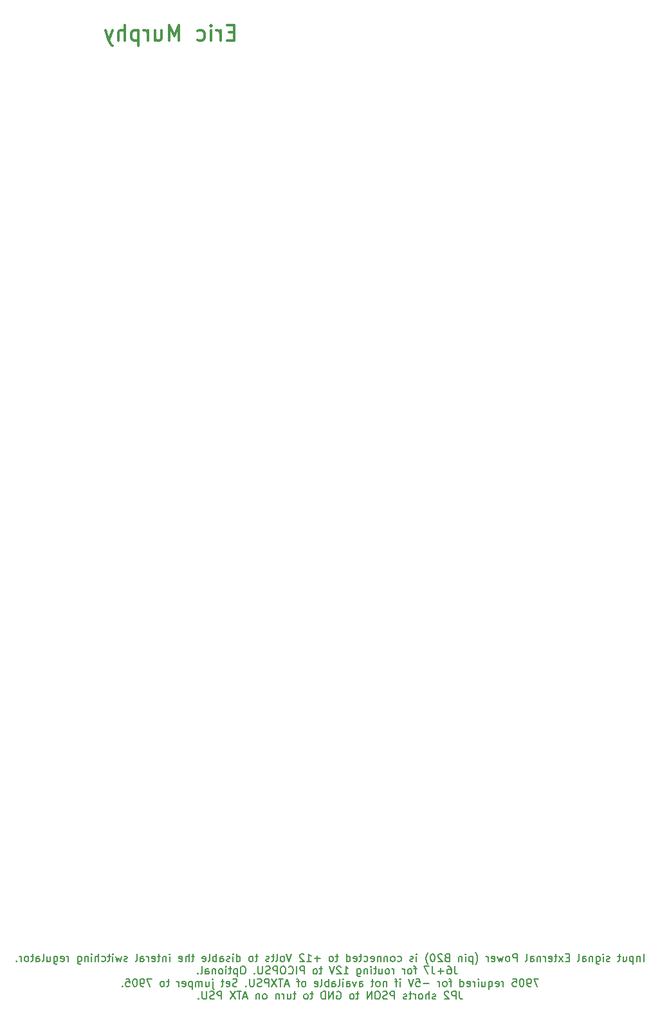
<source format=gbr>
%TF.GenerationSoftware,KiCad,Pcbnew,(5.1.6)-1*%
%TF.CreationDate,2020-09-24T22:30:07+01:00*%
%TF.ProjectId,PPCEXP,50504345-5850-42e6-9b69-6361645f7063,rev?*%
%TF.SameCoordinates,Original*%
%TF.FileFunction,Legend,Bot*%
%TF.FilePolarity,Positive*%
%FSLAX46Y46*%
G04 Gerber Fmt 4.6, Leading zero omitted, Abs format (unit mm)*
G04 Created by KiCad (PCBNEW (5.1.6)-1) date 2020-09-24 22:30:07*
%MOMM*%
%LPD*%
G01*
G04 APERTURE LIST*
%ADD10C,0.150000*%
%ADD11C,0.300000*%
G04 APERTURE END LIST*
D10*
X214616857Y-156155880D02*
X214616857Y-155155880D01*
X214140666Y-155489214D02*
X214140666Y-156155880D01*
X214140666Y-155584452D02*
X214093047Y-155536833D01*
X213997809Y-155489214D01*
X213854952Y-155489214D01*
X213759714Y-155536833D01*
X213712095Y-155632071D01*
X213712095Y-156155880D01*
X213235904Y-155489214D02*
X213235904Y-156489214D01*
X213235904Y-155536833D02*
X213140666Y-155489214D01*
X212950190Y-155489214D01*
X212854952Y-155536833D01*
X212807333Y-155584452D01*
X212759714Y-155679690D01*
X212759714Y-155965404D01*
X212807333Y-156060642D01*
X212854952Y-156108261D01*
X212950190Y-156155880D01*
X213140666Y-156155880D01*
X213235904Y-156108261D01*
X211902571Y-155489214D02*
X211902571Y-156155880D01*
X212331142Y-155489214D02*
X212331142Y-156013023D01*
X212283523Y-156108261D01*
X212188285Y-156155880D01*
X212045428Y-156155880D01*
X211950190Y-156108261D01*
X211902571Y-156060642D01*
X211569238Y-155489214D02*
X211188285Y-155489214D01*
X211426380Y-155155880D02*
X211426380Y-156013023D01*
X211378761Y-156108261D01*
X211283523Y-156155880D01*
X211188285Y-156155880D01*
X210140666Y-156108261D02*
X210045428Y-156155880D01*
X209854952Y-156155880D01*
X209759714Y-156108261D01*
X209712095Y-156013023D01*
X209712095Y-155965404D01*
X209759714Y-155870166D01*
X209854952Y-155822547D01*
X209997809Y-155822547D01*
X210093047Y-155774928D01*
X210140666Y-155679690D01*
X210140666Y-155632071D01*
X210093047Y-155536833D01*
X209997809Y-155489214D01*
X209854952Y-155489214D01*
X209759714Y-155536833D01*
X209283523Y-156155880D02*
X209283523Y-155489214D01*
X209283523Y-155155880D02*
X209331142Y-155203500D01*
X209283523Y-155251119D01*
X209235904Y-155203500D01*
X209283523Y-155155880D01*
X209283523Y-155251119D01*
X208378761Y-155489214D02*
X208378761Y-156298738D01*
X208426380Y-156393976D01*
X208473999Y-156441595D01*
X208569238Y-156489214D01*
X208712095Y-156489214D01*
X208807333Y-156441595D01*
X208378761Y-156108261D02*
X208473999Y-156155880D01*
X208664476Y-156155880D01*
X208759714Y-156108261D01*
X208807333Y-156060642D01*
X208854952Y-155965404D01*
X208854952Y-155679690D01*
X208807333Y-155584452D01*
X208759714Y-155536833D01*
X208664476Y-155489214D01*
X208473999Y-155489214D01*
X208378761Y-155536833D01*
X207902571Y-155489214D02*
X207902571Y-156155880D01*
X207902571Y-155584452D02*
X207854952Y-155536833D01*
X207759714Y-155489214D01*
X207616857Y-155489214D01*
X207521619Y-155536833D01*
X207473999Y-155632071D01*
X207473999Y-156155880D01*
X206569238Y-156155880D02*
X206569238Y-155632071D01*
X206616857Y-155536833D01*
X206712095Y-155489214D01*
X206902571Y-155489214D01*
X206997809Y-155536833D01*
X206569238Y-156108261D02*
X206664476Y-156155880D01*
X206902571Y-156155880D01*
X206997809Y-156108261D01*
X207045428Y-156013023D01*
X207045428Y-155917785D01*
X206997809Y-155822547D01*
X206902571Y-155774928D01*
X206664476Y-155774928D01*
X206569238Y-155727309D01*
X205950190Y-156155880D02*
X206045428Y-156108261D01*
X206093047Y-156013023D01*
X206093047Y-155155880D01*
X204807333Y-155632071D02*
X204473999Y-155632071D01*
X204331142Y-156155880D02*
X204807333Y-156155880D01*
X204807333Y-155155880D01*
X204331142Y-155155880D01*
X203997809Y-156155880D02*
X203473999Y-155489214D01*
X203997809Y-155489214D02*
X203473999Y-156155880D01*
X203235904Y-155489214D02*
X202854952Y-155489214D01*
X203093047Y-155155880D02*
X203093047Y-156013023D01*
X203045428Y-156108261D01*
X202950190Y-156155880D01*
X202854952Y-156155880D01*
X202140666Y-156108261D02*
X202235904Y-156155880D01*
X202426380Y-156155880D01*
X202521619Y-156108261D01*
X202569238Y-156013023D01*
X202569238Y-155632071D01*
X202521619Y-155536833D01*
X202426380Y-155489214D01*
X202235904Y-155489214D01*
X202140666Y-155536833D01*
X202093047Y-155632071D01*
X202093047Y-155727309D01*
X202569238Y-155822547D01*
X201664476Y-156155880D02*
X201664476Y-155489214D01*
X201664476Y-155679690D02*
X201616857Y-155584452D01*
X201569238Y-155536833D01*
X201473999Y-155489214D01*
X201378761Y-155489214D01*
X201045428Y-155489214D02*
X201045428Y-156155880D01*
X201045428Y-155584452D02*
X200997809Y-155536833D01*
X200902571Y-155489214D01*
X200759714Y-155489214D01*
X200664476Y-155536833D01*
X200616857Y-155632071D01*
X200616857Y-156155880D01*
X199712095Y-156155880D02*
X199712095Y-155632071D01*
X199759714Y-155536833D01*
X199854952Y-155489214D01*
X200045428Y-155489214D01*
X200140666Y-155536833D01*
X199712095Y-156108261D02*
X199807333Y-156155880D01*
X200045428Y-156155880D01*
X200140666Y-156108261D01*
X200188285Y-156013023D01*
X200188285Y-155917785D01*
X200140666Y-155822547D01*
X200045428Y-155774928D01*
X199807333Y-155774928D01*
X199712095Y-155727309D01*
X199093047Y-156155880D02*
X199188285Y-156108261D01*
X199235904Y-156013023D01*
X199235904Y-155155880D01*
X197950190Y-156155880D02*
X197950190Y-155155880D01*
X197569238Y-155155880D01*
X197473999Y-155203500D01*
X197426380Y-155251119D01*
X197378761Y-155346357D01*
X197378761Y-155489214D01*
X197426380Y-155584452D01*
X197473999Y-155632071D01*
X197569238Y-155679690D01*
X197950190Y-155679690D01*
X196807333Y-156155880D02*
X196902571Y-156108261D01*
X196950190Y-156060642D01*
X196997809Y-155965404D01*
X196997809Y-155679690D01*
X196950190Y-155584452D01*
X196902571Y-155536833D01*
X196807333Y-155489214D01*
X196664476Y-155489214D01*
X196569238Y-155536833D01*
X196521619Y-155584452D01*
X196473999Y-155679690D01*
X196473999Y-155965404D01*
X196521619Y-156060642D01*
X196569238Y-156108261D01*
X196664476Y-156155880D01*
X196807333Y-156155880D01*
X196140666Y-155489214D02*
X195950190Y-156155880D01*
X195759714Y-155679690D01*
X195569238Y-156155880D01*
X195378761Y-155489214D01*
X194616857Y-156108261D02*
X194712095Y-156155880D01*
X194902571Y-156155880D01*
X194997809Y-156108261D01*
X195045428Y-156013023D01*
X195045428Y-155632071D01*
X194997809Y-155536833D01*
X194902571Y-155489214D01*
X194712095Y-155489214D01*
X194616857Y-155536833D01*
X194569238Y-155632071D01*
X194569238Y-155727309D01*
X195045428Y-155822547D01*
X194140666Y-156155880D02*
X194140666Y-155489214D01*
X194140666Y-155679690D02*
X194093047Y-155584452D01*
X194045428Y-155536833D01*
X193950190Y-155489214D01*
X193854952Y-155489214D01*
X192473999Y-156536833D02*
X192521619Y-156489214D01*
X192616857Y-156346357D01*
X192664476Y-156251119D01*
X192712095Y-156108261D01*
X192759714Y-155870166D01*
X192759714Y-155679690D01*
X192712095Y-155441595D01*
X192664476Y-155298738D01*
X192616857Y-155203500D01*
X192521619Y-155060642D01*
X192473999Y-155013023D01*
X192093047Y-155489214D02*
X192093047Y-156489214D01*
X192093047Y-155536833D02*
X191997809Y-155489214D01*
X191807333Y-155489214D01*
X191712095Y-155536833D01*
X191664476Y-155584452D01*
X191616857Y-155679690D01*
X191616857Y-155965404D01*
X191664476Y-156060642D01*
X191712095Y-156108261D01*
X191807333Y-156155880D01*
X191997809Y-156155880D01*
X192093047Y-156108261D01*
X191188285Y-156155880D02*
X191188285Y-155489214D01*
X191188285Y-155155880D02*
X191235904Y-155203500D01*
X191188285Y-155251119D01*
X191140666Y-155203500D01*
X191188285Y-155155880D01*
X191188285Y-155251119D01*
X190712095Y-155489214D02*
X190712095Y-156155880D01*
X190712095Y-155584452D02*
X190664476Y-155536833D01*
X190569238Y-155489214D01*
X190426380Y-155489214D01*
X190331142Y-155536833D01*
X190283523Y-155632071D01*
X190283523Y-156155880D01*
X188712095Y-155632071D02*
X188569238Y-155679690D01*
X188521619Y-155727309D01*
X188473999Y-155822547D01*
X188473999Y-155965404D01*
X188521619Y-156060642D01*
X188569238Y-156108261D01*
X188664476Y-156155880D01*
X189045428Y-156155880D01*
X189045428Y-155155880D01*
X188712095Y-155155880D01*
X188616857Y-155203500D01*
X188569238Y-155251119D01*
X188521619Y-155346357D01*
X188521619Y-155441595D01*
X188569238Y-155536833D01*
X188616857Y-155584452D01*
X188712095Y-155632071D01*
X189045428Y-155632071D01*
X188093047Y-155251119D02*
X188045428Y-155203500D01*
X187950190Y-155155880D01*
X187712095Y-155155880D01*
X187616857Y-155203500D01*
X187569238Y-155251119D01*
X187521619Y-155346357D01*
X187521619Y-155441595D01*
X187569238Y-155584452D01*
X188140666Y-156155880D01*
X187521619Y-156155880D01*
X186902571Y-155155880D02*
X186807333Y-155155880D01*
X186712095Y-155203500D01*
X186664476Y-155251119D01*
X186616857Y-155346357D01*
X186569238Y-155536833D01*
X186569238Y-155774928D01*
X186616857Y-155965404D01*
X186664476Y-156060642D01*
X186712095Y-156108261D01*
X186807333Y-156155880D01*
X186902571Y-156155880D01*
X186997809Y-156108261D01*
X187045428Y-156060642D01*
X187093047Y-155965404D01*
X187140666Y-155774928D01*
X187140666Y-155536833D01*
X187093047Y-155346357D01*
X187045428Y-155251119D01*
X186997809Y-155203500D01*
X186902571Y-155155880D01*
X186235904Y-156536833D02*
X186188285Y-156489214D01*
X186093047Y-156346357D01*
X186045428Y-156251119D01*
X185997809Y-156108261D01*
X185950190Y-155870166D01*
X185950190Y-155679690D01*
X185997809Y-155441595D01*
X186045428Y-155298738D01*
X186093047Y-155203500D01*
X186188285Y-155060642D01*
X186235904Y-155013023D01*
X184712095Y-156155880D02*
X184712095Y-155489214D01*
X184712095Y-155155880D02*
X184759714Y-155203500D01*
X184712095Y-155251119D01*
X184664476Y-155203500D01*
X184712095Y-155155880D01*
X184712095Y-155251119D01*
X184283523Y-156108261D02*
X184188285Y-156155880D01*
X183997809Y-156155880D01*
X183902571Y-156108261D01*
X183854952Y-156013023D01*
X183854952Y-155965404D01*
X183902571Y-155870166D01*
X183997809Y-155822547D01*
X184140666Y-155822547D01*
X184235904Y-155774928D01*
X184283523Y-155679690D01*
X184283523Y-155632071D01*
X184235904Y-155536833D01*
X184140666Y-155489214D01*
X183997809Y-155489214D01*
X183902571Y-155536833D01*
X182235904Y-156108261D02*
X182331142Y-156155880D01*
X182521619Y-156155880D01*
X182616857Y-156108261D01*
X182664476Y-156060642D01*
X182712095Y-155965404D01*
X182712095Y-155679690D01*
X182664476Y-155584452D01*
X182616857Y-155536833D01*
X182521619Y-155489214D01*
X182331142Y-155489214D01*
X182235904Y-155536833D01*
X181664476Y-156155880D02*
X181759714Y-156108261D01*
X181807333Y-156060642D01*
X181854952Y-155965404D01*
X181854952Y-155679690D01*
X181807333Y-155584452D01*
X181759714Y-155536833D01*
X181664476Y-155489214D01*
X181521619Y-155489214D01*
X181426380Y-155536833D01*
X181378761Y-155584452D01*
X181331142Y-155679690D01*
X181331142Y-155965404D01*
X181378761Y-156060642D01*
X181426380Y-156108261D01*
X181521619Y-156155880D01*
X181664476Y-156155880D01*
X180902571Y-155489214D02*
X180902571Y-156155880D01*
X180902571Y-155584452D02*
X180854952Y-155536833D01*
X180759714Y-155489214D01*
X180616857Y-155489214D01*
X180521619Y-155536833D01*
X180473999Y-155632071D01*
X180473999Y-156155880D01*
X179997809Y-155489214D02*
X179997809Y-156155880D01*
X179997809Y-155584452D02*
X179950190Y-155536833D01*
X179854952Y-155489214D01*
X179712095Y-155489214D01*
X179616857Y-155536833D01*
X179569238Y-155632071D01*
X179569238Y-156155880D01*
X178712095Y-156108261D02*
X178807333Y-156155880D01*
X178997809Y-156155880D01*
X179093047Y-156108261D01*
X179140666Y-156013023D01*
X179140666Y-155632071D01*
X179093047Y-155536833D01*
X178997809Y-155489214D01*
X178807333Y-155489214D01*
X178712095Y-155536833D01*
X178664476Y-155632071D01*
X178664476Y-155727309D01*
X179140666Y-155822547D01*
X177807333Y-156108261D02*
X177902571Y-156155880D01*
X178093047Y-156155880D01*
X178188285Y-156108261D01*
X178235904Y-156060642D01*
X178283523Y-155965404D01*
X178283523Y-155679690D01*
X178235904Y-155584452D01*
X178188285Y-155536833D01*
X178093047Y-155489214D01*
X177902571Y-155489214D01*
X177807333Y-155536833D01*
X177521619Y-155489214D02*
X177140666Y-155489214D01*
X177378761Y-155155880D02*
X177378761Y-156013023D01*
X177331142Y-156108261D01*
X177235904Y-156155880D01*
X177140666Y-156155880D01*
X176426380Y-156108261D02*
X176521619Y-156155880D01*
X176712095Y-156155880D01*
X176807333Y-156108261D01*
X176854952Y-156013023D01*
X176854952Y-155632071D01*
X176807333Y-155536833D01*
X176712095Y-155489214D01*
X176521619Y-155489214D01*
X176426380Y-155536833D01*
X176378761Y-155632071D01*
X176378761Y-155727309D01*
X176854952Y-155822547D01*
X175521619Y-156155880D02*
X175521619Y-155155880D01*
X175521619Y-156108261D02*
X175616857Y-156155880D01*
X175807333Y-156155880D01*
X175902571Y-156108261D01*
X175950190Y-156060642D01*
X175997809Y-155965404D01*
X175997809Y-155679690D01*
X175950190Y-155584452D01*
X175902571Y-155536833D01*
X175807333Y-155489214D01*
X175616857Y-155489214D01*
X175521619Y-155536833D01*
X174426380Y-155489214D02*
X174045428Y-155489214D01*
X174283523Y-155155880D02*
X174283523Y-156013023D01*
X174235904Y-156108261D01*
X174140666Y-156155880D01*
X174045428Y-156155880D01*
X173569238Y-156155880D02*
X173664476Y-156108261D01*
X173712095Y-156060642D01*
X173759714Y-155965404D01*
X173759714Y-155679690D01*
X173712095Y-155584452D01*
X173664476Y-155536833D01*
X173569238Y-155489214D01*
X173426380Y-155489214D01*
X173331142Y-155536833D01*
X173283523Y-155584452D01*
X173235904Y-155679690D01*
X173235904Y-155965404D01*
X173283523Y-156060642D01*
X173331142Y-156108261D01*
X173426380Y-156155880D01*
X173569238Y-156155880D01*
X172045428Y-155774928D02*
X171283523Y-155774928D01*
X171664476Y-156155880D02*
X171664476Y-155393976D01*
X170283523Y-156155880D02*
X170854952Y-156155880D01*
X170569238Y-156155880D02*
X170569238Y-155155880D01*
X170664476Y-155298738D01*
X170759714Y-155393976D01*
X170854952Y-155441595D01*
X169902571Y-155251119D02*
X169854952Y-155203500D01*
X169759714Y-155155880D01*
X169521619Y-155155880D01*
X169426380Y-155203500D01*
X169378761Y-155251119D01*
X169331142Y-155346357D01*
X169331142Y-155441595D01*
X169378761Y-155584452D01*
X169950190Y-156155880D01*
X169331142Y-156155880D01*
X168283523Y-155155880D02*
X167950190Y-156155880D01*
X167616857Y-155155880D01*
X167140666Y-156155880D02*
X167235904Y-156108261D01*
X167283523Y-156060642D01*
X167331142Y-155965404D01*
X167331142Y-155679690D01*
X167283523Y-155584452D01*
X167235904Y-155536833D01*
X167140666Y-155489214D01*
X166997809Y-155489214D01*
X166902571Y-155536833D01*
X166854952Y-155584452D01*
X166807333Y-155679690D01*
X166807333Y-155965404D01*
X166854952Y-156060642D01*
X166902571Y-156108261D01*
X166997809Y-156155880D01*
X167140666Y-156155880D01*
X166235904Y-156155880D02*
X166331142Y-156108261D01*
X166378761Y-156013023D01*
X166378761Y-155155880D01*
X165997809Y-155489214D02*
X165616857Y-155489214D01*
X165854952Y-155155880D02*
X165854952Y-156013023D01*
X165807333Y-156108261D01*
X165712095Y-156155880D01*
X165616857Y-156155880D01*
X165331142Y-156108261D02*
X165235904Y-156155880D01*
X165045428Y-156155880D01*
X164950190Y-156108261D01*
X164902571Y-156013023D01*
X164902571Y-155965404D01*
X164950190Y-155870166D01*
X165045428Y-155822547D01*
X165188285Y-155822547D01*
X165283523Y-155774928D01*
X165331142Y-155679690D01*
X165331142Y-155632071D01*
X165283523Y-155536833D01*
X165188285Y-155489214D01*
X165045428Y-155489214D01*
X164950190Y-155536833D01*
X163854952Y-155489214D02*
X163473999Y-155489214D01*
X163712095Y-155155880D02*
X163712095Y-156013023D01*
X163664476Y-156108261D01*
X163569238Y-156155880D01*
X163473999Y-156155880D01*
X162997809Y-156155880D02*
X163093047Y-156108261D01*
X163140666Y-156060642D01*
X163188285Y-155965404D01*
X163188285Y-155679690D01*
X163140666Y-155584452D01*
X163093047Y-155536833D01*
X162997809Y-155489214D01*
X162854952Y-155489214D01*
X162759714Y-155536833D01*
X162712095Y-155584452D01*
X162664476Y-155679690D01*
X162664476Y-155965404D01*
X162712095Y-156060642D01*
X162759714Y-156108261D01*
X162854952Y-156155880D01*
X162997809Y-156155880D01*
X161045428Y-156155880D02*
X161045428Y-155155880D01*
X161045428Y-156108261D02*
X161140666Y-156155880D01*
X161331142Y-156155880D01*
X161426380Y-156108261D01*
X161473999Y-156060642D01*
X161521619Y-155965404D01*
X161521619Y-155679690D01*
X161473999Y-155584452D01*
X161426380Y-155536833D01*
X161331142Y-155489214D01*
X161140666Y-155489214D01*
X161045428Y-155536833D01*
X160569238Y-156155880D02*
X160569238Y-155489214D01*
X160569238Y-155155880D02*
X160616857Y-155203500D01*
X160569238Y-155251119D01*
X160521619Y-155203500D01*
X160569238Y-155155880D01*
X160569238Y-155251119D01*
X160140666Y-156108261D02*
X160045428Y-156155880D01*
X159854952Y-156155880D01*
X159759714Y-156108261D01*
X159712095Y-156013023D01*
X159712095Y-155965404D01*
X159759714Y-155870166D01*
X159854952Y-155822547D01*
X159997809Y-155822547D01*
X160093047Y-155774928D01*
X160140666Y-155679690D01*
X160140666Y-155632071D01*
X160093047Y-155536833D01*
X159997809Y-155489214D01*
X159854952Y-155489214D01*
X159759714Y-155536833D01*
X158854952Y-156155880D02*
X158854952Y-155632071D01*
X158902571Y-155536833D01*
X158997809Y-155489214D01*
X159188285Y-155489214D01*
X159283523Y-155536833D01*
X158854952Y-156108261D02*
X158950190Y-156155880D01*
X159188285Y-156155880D01*
X159283523Y-156108261D01*
X159331142Y-156013023D01*
X159331142Y-155917785D01*
X159283523Y-155822547D01*
X159188285Y-155774928D01*
X158950190Y-155774928D01*
X158854952Y-155727309D01*
X158378761Y-156155880D02*
X158378761Y-155155880D01*
X158378761Y-155536833D02*
X158283523Y-155489214D01*
X158093047Y-155489214D01*
X157997809Y-155536833D01*
X157950190Y-155584452D01*
X157902571Y-155679690D01*
X157902571Y-155965404D01*
X157950190Y-156060642D01*
X157997809Y-156108261D01*
X158093047Y-156155880D01*
X158283523Y-156155880D01*
X158378761Y-156108261D01*
X157331142Y-156155880D02*
X157426380Y-156108261D01*
X157473999Y-156013023D01*
X157473999Y-155155880D01*
X156569238Y-156108261D02*
X156664476Y-156155880D01*
X156854952Y-156155880D01*
X156950190Y-156108261D01*
X156997809Y-156013023D01*
X156997809Y-155632071D01*
X156950190Y-155536833D01*
X156854952Y-155489214D01*
X156664476Y-155489214D01*
X156569238Y-155536833D01*
X156521619Y-155632071D01*
X156521619Y-155727309D01*
X156997809Y-155822547D01*
X155473999Y-155489214D02*
X155093047Y-155489214D01*
X155331142Y-155155880D02*
X155331142Y-156013023D01*
X155283523Y-156108261D01*
X155188285Y-156155880D01*
X155093047Y-156155880D01*
X154759714Y-156155880D02*
X154759714Y-155155880D01*
X154331142Y-156155880D02*
X154331142Y-155632071D01*
X154378761Y-155536833D01*
X154473999Y-155489214D01*
X154616857Y-155489214D01*
X154712095Y-155536833D01*
X154759714Y-155584452D01*
X153473999Y-156108261D02*
X153569238Y-156155880D01*
X153759714Y-156155880D01*
X153854952Y-156108261D01*
X153902571Y-156013023D01*
X153902571Y-155632071D01*
X153854952Y-155536833D01*
X153759714Y-155489214D01*
X153569238Y-155489214D01*
X153473999Y-155536833D01*
X153426380Y-155632071D01*
X153426380Y-155727309D01*
X153902571Y-155822547D01*
X152235904Y-156155880D02*
X152235904Y-155489214D01*
X152235904Y-155155880D02*
X152283523Y-155203500D01*
X152235904Y-155251119D01*
X152188285Y-155203500D01*
X152235904Y-155155880D01*
X152235904Y-155251119D01*
X151759714Y-155489214D02*
X151759714Y-156155880D01*
X151759714Y-155584452D02*
X151712095Y-155536833D01*
X151616857Y-155489214D01*
X151473999Y-155489214D01*
X151378761Y-155536833D01*
X151331142Y-155632071D01*
X151331142Y-156155880D01*
X150997809Y-155489214D02*
X150616857Y-155489214D01*
X150854952Y-155155880D02*
X150854952Y-156013023D01*
X150807333Y-156108261D01*
X150712095Y-156155880D01*
X150616857Y-156155880D01*
X149902571Y-156108261D02*
X149997809Y-156155880D01*
X150188285Y-156155880D01*
X150283523Y-156108261D01*
X150331142Y-156013023D01*
X150331142Y-155632071D01*
X150283523Y-155536833D01*
X150188285Y-155489214D01*
X149997809Y-155489214D01*
X149902571Y-155536833D01*
X149854952Y-155632071D01*
X149854952Y-155727309D01*
X150331142Y-155822547D01*
X149426380Y-156155880D02*
X149426380Y-155489214D01*
X149426380Y-155679690D02*
X149378761Y-155584452D01*
X149331142Y-155536833D01*
X149235904Y-155489214D01*
X149140666Y-155489214D01*
X148378761Y-156155880D02*
X148378761Y-155632071D01*
X148426380Y-155536833D01*
X148521619Y-155489214D01*
X148712095Y-155489214D01*
X148807333Y-155536833D01*
X148378761Y-156108261D02*
X148473999Y-156155880D01*
X148712095Y-156155880D01*
X148807333Y-156108261D01*
X148854952Y-156013023D01*
X148854952Y-155917785D01*
X148807333Y-155822547D01*
X148712095Y-155774928D01*
X148473999Y-155774928D01*
X148378761Y-155727309D01*
X147759714Y-156155880D02*
X147854952Y-156108261D01*
X147902571Y-156013023D01*
X147902571Y-155155880D01*
X146664476Y-156108261D02*
X146569238Y-156155880D01*
X146378761Y-156155880D01*
X146283523Y-156108261D01*
X146235904Y-156013023D01*
X146235904Y-155965404D01*
X146283523Y-155870166D01*
X146378761Y-155822547D01*
X146521619Y-155822547D01*
X146616857Y-155774928D01*
X146664476Y-155679690D01*
X146664476Y-155632071D01*
X146616857Y-155536833D01*
X146521619Y-155489214D01*
X146378761Y-155489214D01*
X146283523Y-155536833D01*
X145902571Y-155489214D02*
X145712095Y-156155880D01*
X145521619Y-155679690D01*
X145331142Y-156155880D01*
X145140666Y-155489214D01*
X144759714Y-156155880D02*
X144759714Y-155489214D01*
X144759714Y-155155880D02*
X144807333Y-155203500D01*
X144759714Y-155251119D01*
X144712095Y-155203500D01*
X144759714Y-155155880D01*
X144759714Y-155251119D01*
X144426380Y-155489214D02*
X144045428Y-155489214D01*
X144283523Y-155155880D02*
X144283523Y-156013023D01*
X144235904Y-156108261D01*
X144140666Y-156155880D01*
X144045428Y-156155880D01*
X143283523Y-156108261D02*
X143378761Y-156155880D01*
X143569238Y-156155880D01*
X143664476Y-156108261D01*
X143712095Y-156060642D01*
X143759714Y-155965404D01*
X143759714Y-155679690D01*
X143712095Y-155584452D01*
X143664476Y-155536833D01*
X143569238Y-155489214D01*
X143378761Y-155489214D01*
X143283523Y-155536833D01*
X142854952Y-156155880D02*
X142854952Y-155155880D01*
X142426380Y-156155880D02*
X142426380Y-155632071D01*
X142473999Y-155536833D01*
X142569238Y-155489214D01*
X142712095Y-155489214D01*
X142807333Y-155536833D01*
X142854952Y-155584452D01*
X141950190Y-156155880D02*
X141950190Y-155489214D01*
X141950190Y-155155880D02*
X141997809Y-155203500D01*
X141950190Y-155251119D01*
X141902571Y-155203500D01*
X141950190Y-155155880D01*
X141950190Y-155251119D01*
X141473999Y-155489214D02*
X141473999Y-156155880D01*
X141473999Y-155584452D02*
X141426380Y-155536833D01*
X141331142Y-155489214D01*
X141188285Y-155489214D01*
X141093047Y-155536833D01*
X141045428Y-155632071D01*
X141045428Y-156155880D01*
X140140666Y-155489214D02*
X140140666Y-156298738D01*
X140188285Y-156393976D01*
X140235904Y-156441595D01*
X140331142Y-156489214D01*
X140473999Y-156489214D01*
X140569238Y-156441595D01*
X140140666Y-156108261D02*
X140235904Y-156155880D01*
X140426380Y-156155880D01*
X140521619Y-156108261D01*
X140569238Y-156060642D01*
X140616857Y-155965404D01*
X140616857Y-155679690D01*
X140569238Y-155584452D01*
X140521619Y-155536833D01*
X140426380Y-155489214D01*
X140235904Y-155489214D01*
X140140666Y-155536833D01*
X138902571Y-156155880D02*
X138902571Y-155489214D01*
X138902571Y-155679690D02*
X138854952Y-155584452D01*
X138807333Y-155536833D01*
X138712095Y-155489214D01*
X138616857Y-155489214D01*
X137902571Y-156108261D02*
X137997809Y-156155880D01*
X138188285Y-156155880D01*
X138283523Y-156108261D01*
X138331142Y-156013023D01*
X138331142Y-155632071D01*
X138283523Y-155536833D01*
X138188285Y-155489214D01*
X137997809Y-155489214D01*
X137902571Y-155536833D01*
X137854952Y-155632071D01*
X137854952Y-155727309D01*
X138331142Y-155822547D01*
X136997809Y-155489214D02*
X136997809Y-156298738D01*
X137045428Y-156393976D01*
X137093047Y-156441595D01*
X137188285Y-156489214D01*
X137331142Y-156489214D01*
X137426380Y-156441595D01*
X136997809Y-156108261D02*
X137093047Y-156155880D01*
X137283523Y-156155880D01*
X137378761Y-156108261D01*
X137426380Y-156060642D01*
X137473999Y-155965404D01*
X137473999Y-155679690D01*
X137426380Y-155584452D01*
X137378761Y-155536833D01*
X137283523Y-155489214D01*
X137093047Y-155489214D01*
X136997809Y-155536833D01*
X136093047Y-155489214D02*
X136093047Y-156155880D01*
X136521619Y-155489214D02*
X136521619Y-156013023D01*
X136473999Y-156108261D01*
X136378761Y-156155880D01*
X136235904Y-156155880D01*
X136140666Y-156108261D01*
X136093047Y-156060642D01*
X135473999Y-156155880D02*
X135569238Y-156108261D01*
X135616857Y-156013023D01*
X135616857Y-155155880D01*
X134664476Y-156155880D02*
X134664476Y-155632071D01*
X134712095Y-155536833D01*
X134807333Y-155489214D01*
X134997809Y-155489214D01*
X135093047Y-155536833D01*
X134664476Y-156108261D02*
X134759714Y-156155880D01*
X134997809Y-156155880D01*
X135093047Y-156108261D01*
X135140666Y-156013023D01*
X135140666Y-155917785D01*
X135093047Y-155822547D01*
X134997809Y-155774928D01*
X134759714Y-155774928D01*
X134664476Y-155727309D01*
X134331142Y-155489214D02*
X133950190Y-155489214D01*
X134188285Y-155155880D02*
X134188285Y-156013023D01*
X134140666Y-156108261D01*
X134045428Y-156155880D01*
X133950190Y-156155880D01*
X133473999Y-156155880D02*
X133569238Y-156108261D01*
X133616857Y-156060642D01*
X133664476Y-155965404D01*
X133664476Y-155679690D01*
X133616857Y-155584452D01*
X133569238Y-155536833D01*
X133473999Y-155489214D01*
X133331142Y-155489214D01*
X133235904Y-155536833D01*
X133188285Y-155584452D01*
X133140666Y-155679690D01*
X133140666Y-155965404D01*
X133188285Y-156060642D01*
X133235904Y-156108261D01*
X133331142Y-156155880D01*
X133473999Y-156155880D01*
X132712095Y-156155880D02*
X132712095Y-155489214D01*
X132712095Y-155679690D02*
X132664476Y-155584452D01*
X132616857Y-155536833D01*
X132521619Y-155489214D01*
X132426380Y-155489214D01*
X132093047Y-156060642D02*
X132045428Y-156108261D01*
X132093047Y-156155880D01*
X132140666Y-156108261D01*
X132093047Y-156060642D01*
X132093047Y-156155880D01*
X189735904Y-156805880D02*
X189735904Y-157520166D01*
X189783523Y-157663023D01*
X189878761Y-157758261D01*
X190021619Y-157805880D01*
X190116857Y-157805880D01*
X188831142Y-156805880D02*
X189021619Y-156805880D01*
X189116857Y-156853500D01*
X189164476Y-156901119D01*
X189259714Y-157043976D01*
X189307333Y-157234452D01*
X189307333Y-157615404D01*
X189259714Y-157710642D01*
X189212095Y-157758261D01*
X189116857Y-157805880D01*
X188926380Y-157805880D01*
X188831142Y-157758261D01*
X188783523Y-157710642D01*
X188735904Y-157615404D01*
X188735904Y-157377309D01*
X188783523Y-157282071D01*
X188831142Y-157234452D01*
X188926380Y-157186833D01*
X189116857Y-157186833D01*
X189212095Y-157234452D01*
X189259714Y-157282071D01*
X189307333Y-157377309D01*
X188307333Y-157424928D02*
X187545428Y-157424928D01*
X187926380Y-157805880D02*
X187926380Y-157043976D01*
X186783523Y-156805880D02*
X186783523Y-157520166D01*
X186831142Y-157663023D01*
X186926380Y-157758261D01*
X187069238Y-157805880D01*
X187164476Y-157805880D01*
X186402571Y-156805880D02*
X185735904Y-156805880D01*
X186164476Y-157805880D01*
X184735904Y-157139214D02*
X184354952Y-157139214D01*
X184593047Y-157805880D02*
X184593047Y-156948738D01*
X184545428Y-156853500D01*
X184450190Y-156805880D01*
X184354952Y-156805880D01*
X183878761Y-157805880D02*
X183974000Y-157758261D01*
X184021619Y-157710642D01*
X184069238Y-157615404D01*
X184069238Y-157329690D01*
X184021619Y-157234452D01*
X183974000Y-157186833D01*
X183878761Y-157139214D01*
X183735904Y-157139214D01*
X183640666Y-157186833D01*
X183593047Y-157234452D01*
X183545428Y-157329690D01*
X183545428Y-157615404D01*
X183593047Y-157710642D01*
X183640666Y-157758261D01*
X183735904Y-157805880D01*
X183878761Y-157805880D01*
X183116857Y-157805880D02*
X183116857Y-157139214D01*
X183116857Y-157329690D02*
X183069238Y-157234452D01*
X183021619Y-157186833D01*
X182926380Y-157139214D01*
X182831142Y-157139214D01*
X181735904Y-157805880D02*
X181735904Y-157139214D01*
X181735904Y-157329690D02*
X181688285Y-157234452D01*
X181640666Y-157186833D01*
X181545428Y-157139214D01*
X181450190Y-157139214D01*
X180974000Y-157805880D02*
X181069238Y-157758261D01*
X181116857Y-157710642D01*
X181164476Y-157615404D01*
X181164476Y-157329690D01*
X181116857Y-157234452D01*
X181069238Y-157186833D01*
X180974000Y-157139214D01*
X180831142Y-157139214D01*
X180735904Y-157186833D01*
X180688285Y-157234452D01*
X180640666Y-157329690D01*
X180640666Y-157615404D01*
X180688285Y-157710642D01*
X180735904Y-157758261D01*
X180831142Y-157805880D01*
X180974000Y-157805880D01*
X179783523Y-157139214D02*
X179783523Y-157805880D01*
X180212095Y-157139214D02*
X180212095Y-157663023D01*
X180164476Y-157758261D01*
X180069238Y-157805880D01*
X179926380Y-157805880D01*
X179831142Y-157758261D01*
X179783523Y-157710642D01*
X179450190Y-157139214D02*
X179069238Y-157139214D01*
X179307333Y-156805880D02*
X179307333Y-157663023D01*
X179259714Y-157758261D01*
X179164476Y-157805880D01*
X179069238Y-157805880D01*
X178735904Y-157805880D02*
X178735904Y-157139214D01*
X178735904Y-156805880D02*
X178783523Y-156853500D01*
X178735904Y-156901119D01*
X178688285Y-156853500D01*
X178735904Y-156805880D01*
X178735904Y-156901119D01*
X178259714Y-157139214D02*
X178259714Y-157805880D01*
X178259714Y-157234452D02*
X178212095Y-157186833D01*
X178116857Y-157139214D01*
X177974000Y-157139214D01*
X177878761Y-157186833D01*
X177831142Y-157282071D01*
X177831142Y-157805880D01*
X176926380Y-157139214D02*
X176926380Y-157948738D01*
X176974000Y-158043976D01*
X177021619Y-158091595D01*
X177116857Y-158139214D01*
X177259714Y-158139214D01*
X177354952Y-158091595D01*
X176926380Y-157758261D02*
X177021619Y-157805880D01*
X177212095Y-157805880D01*
X177307333Y-157758261D01*
X177354952Y-157710642D01*
X177402571Y-157615404D01*
X177402571Y-157329690D01*
X177354952Y-157234452D01*
X177307333Y-157186833D01*
X177212095Y-157139214D01*
X177021619Y-157139214D01*
X176926380Y-157186833D01*
X175164476Y-157805880D02*
X175735904Y-157805880D01*
X175450190Y-157805880D02*
X175450190Y-156805880D01*
X175545428Y-156948738D01*
X175640666Y-157043976D01*
X175735904Y-157091595D01*
X174783523Y-156901119D02*
X174735904Y-156853500D01*
X174640666Y-156805880D01*
X174402571Y-156805880D01*
X174307333Y-156853500D01*
X174259714Y-156901119D01*
X174212095Y-156996357D01*
X174212095Y-157091595D01*
X174259714Y-157234452D01*
X174831142Y-157805880D01*
X174212095Y-157805880D01*
X173926380Y-156805880D02*
X173593047Y-157805880D01*
X173259714Y-156805880D01*
X172307333Y-157139214D02*
X171926380Y-157139214D01*
X172164476Y-156805880D02*
X172164476Y-157663023D01*
X172116857Y-157758261D01*
X172021619Y-157805880D01*
X171926380Y-157805880D01*
X171450190Y-157805880D02*
X171545428Y-157758261D01*
X171593047Y-157710642D01*
X171640666Y-157615404D01*
X171640666Y-157329690D01*
X171593047Y-157234452D01*
X171545428Y-157186833D01*
X171450190Y-157139214D01*
X171307333Y-157139214D01*
X171212095Y-157186833D01*
X171164476Y-157234452D01*
X171116857Y-157329690D01*
X171116857Y-157615404D01*
X171164476Y-157710642D01*
X171212095Y-157758261D01*
X171307333Y-157805880D01*
X171450190Y-157805880D01*
X169926380Y-157805880D02*
X169926380Y-156805880D01*
X169545428Y-156805880D01*
X169450190Y-156853500D01*
X169402571Y-156901119D01*
X169354952Y-156996357D01*
X169354952Y-157139214D01*
X169402571Y-157234452D01*
X169450190Y-157282071D01*
X169545428Y-157329690D01*
X169926380Y-157329690D01*
X168926380Y-157805880D02*
X168926380Y-156805880D01*
X167878761Y-157710642D02*
X167926380Y-157758261D01*
X168069238Y-157805880D01*
X168164476Y-157805880D01*
X168307333Y-157758261D01*
X168402571Y-157663023D01*
X168450190Y-157567785D01*
X168497809Y-157377309D01*
X168497809Y-157234452D01*
X168450190Y-157043976D01*
X168402571Y-156948738D01*
X168307333Y-156853500D01*
X168164476Y-156805880D01*
X168069238Y-156805880D01*
X167926380Y-156853500D01*
X167878761Y-156901119D01*
X167259714Y-156805880D02*
X167069238Y-156805880D01*
X166974000Y-156853500D01*
X166878761Y-156948738D01*
X166831142Y-157139214D01*
X166831142Y-157472547D01*
X166878761Y-157663023D01*
X166974000Y-157758261D01*
X167069238Y-157805880D01*
X167259714Y-157805880D01*
X167354952Y-157758261D01*
X167450190Y-157663023D01*
X167497809Y-157472547D01*
X167497809Y-157139214D01*
X167450190Y-156948738D01*
X167354952Y-156853500D01*
X167259714Y-156805880D01*
X166402571Y-157805880D02*
X166402571Y-156805880D01*
X166021619Y-156805880D01*
X165926380Y-156853500D01*
X165878761Y-156901119D01*
X165831142Y-156996357D01*
X165831142Y-157139214D01*
X165878761Y-157234452D01*
X165926380Y-157282071D01*
X166021619Y-157329690D01*
X166402571Y-157329690D01*
X165450190Y-157758261D02*
X165307333Y-157805880D01*
X165069238Y-157805880D01*
X164974000Y-157758261D01*
X164926380Y-157710642D01*
X164878761Y-157615404D01*
X164878761Y-157520166D01*
X164926380Y-157424928D01*
X164974000Y-157377309D01*
X165069238Y-157329690D01*
X165259714Y-157282071D01*
X165354952Y-157234452D01*
X165402571Y-157186833D01*
X165450190Y-157091595D01*
X165450190Y-156996357D01*
X165402571Y-156901119D01*
X165354952Y-156853500D01*
X165259714Y-156805880D01*
X165021619Y-156805880D01*
X164878761Y-156853500D01*
X164450190Y-156805880D02*
X164450190Y-157615404D01*
X164402571Y-157710642D01*
X164354952Y-157758261D01*
X164259714Y-157805880D01*
X164069238Y-157805880D01*
X163974000Y-157758261D01*
X163926380Y-157710642D01*
X163878761Y-157615404D01*
X163878761Y-156805880D01*
X163402571Y-157710642D02*
X163354952Y-157758261D01*
X163402571Y-157805880D01*
X163450190Y-157758261D01*
X163402571Y-157710642D01*
X163402571Y-157805880D01*
X161974000Y-156805880D02*
X161783523Y-156805880D01*
X161688285Y-156853500D01*
X161593047Y-156948738D01*
X161545428Y-157139214D01*
X161545428Y-157472547D01*
X161593047Y-157663023D01*
X161688285Y-157758261D01*
X161783523Y-157805880D01*
X161974000Y-157805880D01*
X162069238Y-157758261D01*
X162164476Y-157663023D01*
X162212095Y-157472547D01*
X162212095Y-157139214D01*
X162164476Y-156948738D01*
X162069238Y-156853500D01*
X161974000Y-156805880D01*
X161116857Y-157139214D02*
X161116857Y-158139214D01*
X161116857Y-157186833D02*
X161021619Y-157139214D01*
X160831142Y-157139214D01*
X160735904Y-157186833D01*
X160688285Y-157234452D01*
X160640666Y-157329690D01*
X160640666Y-157615404D01*
X160688285Y-157710642D01*
X160735904Y-157758261D01*
X160831142Y-157805880D01*
X161021619Y-157805880D01*
X161116857Y-157758261D01*
X160354952Y-157139214D02*
X159974000Y-157139214D01*
X160212095Y-156805880D02*
X160212095Y-157663023D01*
X160164476Y-157758261D01*
X160069238Y-157805880D01*
X159974000Y-157805880D01*
X159640666Y-157805880D02*
X159640666Y-157139214D01*
X159640666Y-156805880D02*
X159688285Y-156853500D01*
X159640666Y-156901119D01*
X159593047Y-156853500D01*
X159640666Y-156805880D01*
X159640666Y-156901119D01*
X159021619Y-157805880D02*
X159116857Y-157758261D01*
X159164476Y-157710642D01*
X159212095Y-157615404D01*
X159212095Y-157329690D01*
X159164476Y-157234452D01*
X159116857Y-157186833D01*
X159021619Y-157139214D01*
X158878761Y-157139214D01*
X158783523Y-157186833D01*
X158735904Y-157234452D01*
X158688285Y-157329690D01*
X158688285Y-157615404D01*
X158735904Y-157710642D01*
X158783523Y-157758261D01*
X158878761Y-157805880D01*
X159021619Y-157805880D01*
X158259714Y-157139214D02*
X158259714Y-157805880D01*
X158259714Y-157234452D02*
X158212095Y-157186833D01*
X158116857Y-157139214D01*
X157974000Y-157139214D01*
X157878761Y-157186833D01*
X157831142Y-157282071D01*
X157831142Y-157805880D01*
X156926380Y-157805880D02*
X156926380Y-157282071D01*
X156974000Y-157186833D01*
X157069238Y-157139214D01*
X157259714Y-157139214D01*
X157354952Y-157186833D01*
X156926380Y-157758261D02*
X157021619Y-157805880D01*
X157259714Y-157805880D01*
X157354952Y-157758261D01*
X157402571Y-157663023D01*
X157402571Y-157567785D01*
X157354952Y-157472547D01*
X157259714Y-157424928D01*
X157021619Y-157424928D01*
X156926380Y-157377309D01*
X156307333Y-157805880D02*
X156402571Y-157758261D01*
X156450190Y-157663023D01*
X156450190Y-156805880D01*
X155926380Y-157710642D02*
X155878761Y-157758261D01*
X155926380Y-157805880D01*
X155974000Y-157758261D01*
X155926380Y-157710642D01*
X155926380Y-157805880D01*
X200807333Y-158455880D02*
X200140666Y-158455880D01*
X200569238Y-159455880D01*
X199712095Y-159455880D02*
X199521619Y-159455880D01*
X199426380Y-159408261D01*
X199378761Y-159360642D01*
X199283523Y-159217785D01*
X199235904Y-159027309D01*
X199235904Y-158646357D01*
X199283523Y-158551119D01*
X199331142Y-158503500D01*
X199426380Y-158455880D01*
X199616857Y-158455880D01*
X199712095Y-158503500D01*
X199759714Y-158551119D01*
X199807333Y-158646357D01*
X199807333Y-158884452D01*
X199759714Y-158979690D01*
X199712095Y-159027309D01*
X199616857Y-159074928D01*
X199426380Y-159074928D01*
X199331142Y-159027309D01*
X199283523Y-158979690D01*
X199235904Y-158884452D01*
X198616857Y-158455880D02*
X198521619Y-158455880D01*
X198426380Y-158503500D01*
X198378761Y-158551119D01*
X198331142Y-158646357D01*
X198283523Y-158836833D01*
X198283523Y-159074928D01*
X198331142Y-159265404D01*
X198378761Y-159360642D01*
X198426380Y-159408261D01*
X198521619Y-159455880D01*
X198616857Y-159455880D01*
X198712095Y-159408261D01*
X198759714Y-159360642D01*
X198807333Y-159265404D01*
X198854952Y-159074928D01*
X198854952Y-158836833D01*
X198807333Y-158646357D01*
X198759714Y-158551119D01*
X198712095Y-158503500D01*
X198616857Y-158455880D01*
X197378761Y-158455880D02*
X197854952Y-158455880D01*
X197902571Y-158932071D01*
X197854952Y-158884452D01*
X197759714Y-158836833D01*
X197521619Y-158836833D01*
X197426380Y-158884452D01*
X197378761Y-158932071D01*
X197331142Y-159027309D01*
X197331142Y-159265404D01*
X197378761Y-159360642D01*
X197426380Y-159408261D01*
X197521619Y-159455880D01*
X197759714Y-159455880D01*
X197854952Y-159408261D01*
X197902571Y-159360642D01*
X196140666Y-159455880D02*
X196140666Y-158789214D01*
X196140666Y-158979690D02*
X196093047Y-158884452D01*
X196045428Y-158836833D01*
X195950190Y-158789214D01*
X195854952Y-158789214D01*
X195140666Y-159408261D02*
X195235904Y-159455880D01*
X195426380Y-159455880D01*
X195521619Y-159408261D01*
X195569238Y-159313023D01*
X195569238Y-158932071D01*
X195521619Y-158836833D01*
X195426380Y-158789214D01*
X195235904Y-158789214D01*
X195140666Y-158836833D01*
X195093047Y-158932071D01*
X195093047Y-159027309D01*
X195569238Y-159122547D01*
X194235904Y-158789214D02*
X194235904Y-159789214D01*
X194235904Y-159408261D02*
X194331142Y-159455880D01*
X194521619Y-159455880D01*
X194616857Y-159408261D01*
X194664476Y-159360642D01*
X194712095Y-159265404D01*
X194712095Y-158979690D01*
X194664476Y-158884452D01*
X194616857Y-158836833D01*
X194521619Y-158789214D01*
X194331142Y-158789214D01*
X194235904Y-158836833D01*
X193331142Y-158789214D02*
X193331142Y-159455880D01*
X193759714Y-158789214D02*
X193759714Y-159313023D01*
X193712095Y-159408261D01*
X193616857Y-159455880D01*
X193473999Y-159455880D01*
X193378761Y-159408261D01*
X193331142Y-159360642D01*
X192854952Y-159455880D02*
X192854952Y-158789214D01*
X192854952Y-158455880D02*
X192902571Y-158503500D01*
X192854952Y-158551119D01*
X192807333Y-158503500D01*
X192854952Y-158455880D01*
X192854952Y-158551119D01*
X192378761Y-159455880D02*
X192378761Y-158789214D01*
X192378761Y-158979690D02*
X192331142Y-158884452D01*
X192283523Y-158836833D01*
X192188285Y-158789214D01*
X192093047Y-158789214D01*
X191378761Y-159408261D02*
X191473999Y-159455880D01*
X191664476Y-159455880D01*
X191759714Y-159408261D01*
X191807333Y-159313023D01*
X191807333Y-158932071D01*
X191759714Y-158836833D01*
X191664476Y-158789214D01*
X191473999Y-158789214D01*
X191378761Y-158836833D01*
X191331142Y-158932071D01*
X191331142Y-159027309D01*
X191807333Y-159122547D01*
X190473999Y-159455880D02*
X190473999Y-158455880D01*
X190473999Y-159408261D02*
X190569238Y-159455880D01*
X190759714Y-159455880D01*
X190854952Y-159408261D01*
X190902571Y-159360642D01*
X190950190Y-159265404D01*
X190950190Y-158979690D01*
X190902571Y-158884452D01*
X190854952Y-158836833D01*
X190759714Y-158789214D01*
X190569238Y-158789214D01*
X190473999Y-158836833D01*
X189378761Y-158789214D02*
X188997809Y-158789214D01*
X189235904Y-159455880D02*
X189235904Y-158598738D01*
X189188285Y-158503500D01*
X189093047Y-158455880D01*
X188997809Y-158455880D01*
X188521619Y-159455880D02*
X188616857Y-159408261D01*
X188664476Y-159360642D01*
X188712095Y-159265404D01*
X188712095Y-158979690D01*
X188664476Y-158884452D01*
X188616857Y-158836833D01*
X188521619Y-158789214D01*
X188378761Y-158789214D01*
X188283523Y-158836833D01*
X188235904Y-158884452D01*
X188188285Y-158979690D01*
X188188285Y-159265404D01*
X188235904Y-159360642D01*
X188283523Y-159408261D01*
X188378761Y-159455880D01*
X188521619Y-159455880D01*
X187759714Y-159455880D02*
X187759714Y-158789214D01*
X187759714Y-158979690D02*
X187712095Y-158884452D01*
X187664476Y-158836833D01*
X187569238Y-158789214D01*
X187473999Y-158789214D01*
X186378761Y-159074928D02*
X185616857Y-159074928D01*
X184664476Y-158455880D02*
X185140666Y-158455880D01*
X185188285Y-158932071D01*
X185140666Y-158884452D01*
X185045428Y-158836833D01*
X184807333Y-158836833D01*
X184712095Y-158884452D01*
X184664476Y-158932071D01*
X184616857Y-159027309D01*
X184616857Y-159265404D01*
X184664476Y-159360642D01*
X184712095Y-159408261D01*
X184807333Y-159455880D01*
X185045428Y-159455880D01*
X185140666Y-159408261D01*
X185188285Y-159360642D01*
X184331142Y-158455880D02*
X183997809Y-159455880D01*
X183664476Y-158455880D01*
X182569238Y-159455880D02*
X182569238Y-158789214D01*
X182569238Y-158455880D02*
X182616857Y-158503500D01*
X182569238Y-158551119D01*
X182521619Y-158503500D01*
X182569238Y-158455880D01*
X182569238Y-158551119D01*
X182235904Y-158789214D02*
X181854952Y-158789214D01*
X182093047Y-159455880D02*
X182093047Y-158598738D01*
X182045428Y-158503500D01*
X181950190Y-158455880D01*
X181854952Y-158455880D01*
X180759714Y-158789214D02*
X180759714Y-159455880D01*
X180759714Y-158884452D02*
X180712095Y-158836833D01*
X180616857Y-158789214D01*
X180473999Y-158789214D01*
X180378761Y-158836833D01*
X180331142Y-158932071D01*
X180331142Y-159455880D01*
X179712095Y-159455880D02*
X179807333Y-159408261D01*
X179854952Y-159360642D01*
X179902571Y-159265404D01*
X179902571Y-158979690D01*
X179854952Y-158884452D01*
X179807333Y-158836833D01*
X179712095Y-158789214D01*
X179569238Y-158789214D01*
X179473999Y-158836833D01*
X179426380Y-158884452D01*
X179378761Y-158979690D01*
X179378761Y-159265404D01*
X179426380Y-159360642D01*
X179473999Y-159408261D01*
X179569238Y-159455880D01*
X179712095Y-159455880D01*
X179093047Y-158789214D02*
X178712095Y-158789214D01*
X178950190Y-158455880D02*
X178950190Y-159313023D01*
X178902571Y-159408261D01*
X178807333Y-159455880D01*
X178712095Y-159455880D01*
X177188285Y-159455880D02*
X177188285Y-158932071D01*
X177235904Y-158836833D01*
X177331142Y-158789214D01*
X177521619Y-158789214D01*
X177616857Y-158836833D01*
X177188285Y-159408261D02*
X177283523Y-159455880D01*
X177521619Y-159455880D01*
X177616857Y-159408261D01*
X177664476Y-159313023D01*
X177664476Y-159217785D01*
X177616857Y-159122547D01*
X177521619Y-159074928D01*
X177283523Y-159074928D01*
X177188285Y-159027309D01*
X176807333Y-158789214D02*
X176569238Y-159455880D01*
X176331142Y-158789214D01*
X175521619Y-159455880D02*
X175521619Y-158932071D01*
X175569238Y-158836833D01*
X175664476Y-158789214D01*
X175854952Y-158789214D01*
X175950190Y-158836833D01*
X175521619Y-159408261D02*
X175616857Y-159455880D01*
X175854952Y-159455880D01*
X175950190Y-159408261D01*
X175997809Y-159313023D01*
X175997809Y-159217785D01*
X175950190Y-159122547D01*
X175854952Y-159074928D01*
X175616857Y-159074928D01*
X175521619Y-159027309D01*
X175045428Y-159455880D02*
X175045428Y-158789214D01*
X175045428Y-158455880D02*
X175093047Y-158503500D01*
X175045428Y-158551119D01*
X174997809Y-158503500D01*
X175045428Y-158455880D01*
X175045428Y-158551119D01*
X174426380Y-159455880D02*
X174521619Y-159408261D01*
X174569238Y-159313023D01*
X174569238Y-158455880D01*
X173616857Y-159455880D02*
X173616857Y-158932071D01*
X173664476Y-158836833D01*
X173759714Y-158789214D01*
X173950190Y-158789214D01*
X174045428Y-158836833D01*
X173616857Y-159408261D02*
X173712095Y-159455880D01*
X173950190Y-159455880D01*
X174045428Y-159408261D01*
X174093047Y-159313023D01*
X174093047Y-159217785D01*
X174045428Y-159122547D01*
X173950190Y-159074928D01*
X173712095Y-159074928D01*
X173616857Y-159027309D01*
X173140666Y-159455880D02*
X173140666Y-158455880D01*
X173140666Y-158836833D02*
X173045428Y-158789214D01*
X172854952Y-158789214D01*
X172759714Y-158836833D01*
X172712095Y-158884452D01*
X172664476Y-158979690D01*
X172664476Y-159265404D01*
X172712095Y-159360642D01*
X172759714Y-159408261D01*
X172854952Y-159455880D01*
X173045428Y-159455880D01*
X173140666Y-159408261D01*
X172093047Y-159455880D02*
X172188285Y-159408261D01*
X172235904Y-159313023D01*
X172235904Y-158455880D01*
X171331142Y-159408261D02*
X171426380Y-159455880D01*
X171616857Y-159455880D01*
X171712095Y-159408261D01*
X171759714Y-159313023D01*
X171759714Y-158932071D01*
X171712095Y-158836833D01*
X171616857Y-158789214D01*
X171426380Y-158789214D01*
X171331142Y-158836833D01*
X171283523Y-158932071D01*
X171283523Y-159027309D01*
X171759714Y-159122547D01*
X169950190Y-159455880D02*
X170045428Y-159408261D01*
X170093047Y-159360642D01*
X170140666Y-159265404D01*
X170140666Y-158979690D01*
X170093047Y-158884452D01*
X170045428Y-158836833D01*
X169950190Y-158789214D01*
X169807333Y-158789214D01*
X169712095Y-158836833D01*
X169664476Y-158884452D01*
X169616857Y-158979690D01*
X169616857Y-159265404D01*
X169664476Y-159360642D01*
X169712095Y-159408261D01*
X169807333Y-159455880D01*
X169950190Y-159455880D01*
X169331142Y-158789214D02*
X168950190Y-158789214D01*
X169188285Y-159455880D02*
X169188285Y-158598738D01*
X169140666Y-158503500D01*
X169045428Y-158455880D01*
X168950190Y-158455880D01*
X167902571Y-159170166D02*
X167426380Y-159170166D01*
X167997809Y-159455880D02*
X167664476Y-158455880D01*
X167331142Y-159455880D01*
X167140666Y-158455880D02*
X166569238Y-158455880D01*
X166854952Y-159455880D02*
X166854952Y-158455880D01*
X166331142Y-158455880D02*
X165664476Y-159455880D01*
X165664476Y-158455880D02*
X166331142Y-159455880D01*
X165283523Y-159455880D02*
X165283523Y-158455880D01*
X164902571Y-158455880D01*
X164807333Y-158503500D01*
X164759714Y-158551119D01*
X164712095Y-158646357D01*
X164712095Y-158789214D01*
X164759714Y-158884452D01*
X164807333Y-158932071D01*
X164902571Y-158979690D01*
X165283523Y-158979690D01*
X164331142Y-159408261D02*
X164188285Y-159455880D01*
X163950190Y-159455880D01*
X163854952Y-159408261D01*
X163807333Y-159360642D01*
X163759714Y-159265404D01*
X163759714Y-159170166D01*
X163807333Y-159074928D01*
X163854952Y-159027309D01*
X163950190Y-158979690D01*
X164140666Y-158932071D01*
X164235904Y-158884452D01*
X164283523Y-158836833D01*
X164331142Y-158741595D01*
X164331142Y-158646357D01*
X164283523Y-158551119D01*
X164235904Y-158503500D01*
X164140666Y-158455880D01*
X163902571Y-158455880D01*
X163759714Y-158503500D01*
X163331142Y-158455880D02*
X163331142Y-159265404D01*
X163283523Y-159360642D01*
X163235904Y-159408261D01*
X163140666Y-159455880D01*
X162950190Y-159455880D01*
X162854952Y-159408261D01*
X162807333Y-159360642D01*
X162759714Y-159265404D01*
X162759714Y-158455880D01*
X162283523Y-159360642D02*
X162235904Y-159408261D01*
X162283523Y-159455880D01*
X162331142Y-159408261D01*
X162283523Y-159360642D01*
X162283523Y-159455880D01*
X161093047Y-159408261D02*
X160950190Y-159455880D01*
X160712095Y-159455880D01*
X160616857Y-159408261D01*
X160569238Y-159360642D01*
X160521619Y-159265404D01*
X160521619Y-159170166D01*
X160569238Y-159074928D01*
X160616857Y-159027309D01*
X160712095Y-158979690D01*
X160902571Y-158932071D01*
X160997809Y-158884452D01*
X161045428Y-158836833D01*
X161093047Y-158741595D01*
X161093047Y-158646357D01*
X161045428Y-158551119D01*
X160997809Y-158503500D01*
X160902571Y-158455880D01*
X160664476Y-158455880D01*
X160521619Y-158503500D01*
X159712095Y-159408261D02*
X159807333Y-159455880D01*
X159997809Y-159455880D01*
X160093047Y-159408261D01*
X160140666Y-159313023D01*
X160140666Y-158932071D01*
X160093047Y-158836833D01*
X159997809Y-158789214D01*
X159807333Y-158789214D01*
X159712095Y-158836833D01*
X159664476Y-158932071D01*
X159664476Y-159027309D01*
X160140666Y-159122547D01*
X159378761Y-158789214D02*
X158997809Y-158789214D01*
X159235904Y-158455880D02*
X159235904Y-159313023D01*
X159188285Y-159408261D01*
X159093047Y-159455880D01*
X158997809Y-159455880D01*
X157902571Y-158789214D02*
X157902571Y-159646357D01*
X157950190Y-159741595D01*
X158045428Y-159789214D01*
X158093047Y-159789214D01*
X157902571Y-158455880D02*
X157950190Y-158503500D01*
X157902571Y-158551119D01*
X157854952Y-158503500D01*
X157902571Y-158455880D01*
X157902571Y-158551119D01*
X156997809Y-158789214D02*
X156997809Y-159455880D01*
X157426380Y-158789214D02*
X157426380Y-159313023D01*
X157378761Y-159408261D01*
X157283523Y-159455880D01*
X157140666Y-159455880D01*
X157045428Y-159408261D01*
X156997809Y-159360642D01*
X156521619Y-159455880D02*
X156521619Y-158789214D01*
X156521619Y-158884452D02*
X156473999Y-158836833D01*
X156378761Y-158789214D01*
X156235904Y-158789214D01*
X156140666Y-158836833D01*
X156093047Y-158932071D01*
X156093047Y-159455880D01*
X156093047Y-158932071D02*
X156045428Y-158836833D01*
X155950190Y-158789214D01*
X155807333Y-158789214D01*
X155712095Y-158836833D01*
X155664476Y-158932071D01*
X155664476Y-159455880D01*
X155188285Y-158789214D02*
X155188285Y-159789214D01*
X155188285Y-158836833D02*
X155093047Y-158789214D01*
X154902571Y-158789214D01*
X154807333Y-158836833D01*
X154759714Y-158884452D01*
X154712095Y-158979690D01*
X154712095Y-159265404D01*
X154759714Y-159360642D01*
X154807333Y-159408261D01*
X154902571Y-159455880D01*
X155093047Y-159455880D01*
X155188285Y-159408261D01*
X153902571Y-159408261D02*
X153997809Y-159455880D01*
X154188285Y-159455880D01*
X154283523Y-159408261D01*
X154331142Y-159313023D01*
X154331142Y-158932071D01*
X154283523Y-158836833D01*
X154188285Y-158789214D01*
X153997809Y-158789214D01*
X153902571Y-158836833D01*
X153854952Y-158932071D01*
X153854952Y-159027309D01*
X154331142Y-159122547D01*
X153426380Y-159455880D02*
X153426380Y-158789214D01*
X153426380Y-158979690D02*
X153378761Y-158884452D01*
X153331142Y-158836833D01*
X153235904Y-158789214D01*
X153140666Y-158789214D01*
X152188285Y-158789214D02*
X151807333Y-158789214D01*
X152045428Y-158455880D02*
X152045428Y-159313023D01*
X151997809Y-159408261D01*
X151902571Y-159455880D01*
X151807333Y-159455880D01*
X151331142Y-159455880D02*
X151426380Y-159408261D01*
X151473999Y-159360642D01*
X151521619Y-159265404D01*
X151521619Y-158979690D01*
X151473999Y-158884452D01*
X151426380Y-158836833D01*
X151331142Y-158789214D01*
X151188285Y-158789214D01*
X151093047Y-158836833D01*
X151045428Y-158884452D01*
X150997809Y-158979690D01*
X150997809Y-159265404D01*
X151045428Y-159360642D01*
X151093047Y-159408261D01*
X151188285Y-159455880D01*
X151331142Y-159455880D01*
X149902571Y-158455880D02*
X149235904Y-158455880D01*
X149664476Y-159455880D01*
X148807333Y-159455880D02*
X148616857Y-159455880D01*
X148521619Y-159408261D01*
X148473999Y-159360642D01*
X148378761Y-159217785D01*
X148331142Y-159027309D01*
X148331142Y-158646357D01*
X148378761Y-158551119D01*
X148426380Y-158503500D01*
X148521619Y-158455880D01*
X148712095Y-158455880D01*
X148807333Y-158503500D01*
X148854952Y-158551119D01*
X148902571Y-158646357D01*
X148902571Y-158884452D01*
X148854952Y-158979690D01*
X148807333Y-159027309D01*
X148712095Y-159074928D01*
X148521619Y-159074928D01*
X148426380Y-159027309D01*
X148378761Y-158979690D01*
X148331142Y-158884452D01*
X147712095Y-158455880D02*
X147616857Y-158455880D01*
X147521619Y-158503500D01*
X147473999Y-158551119D01*
X147426380Y-158646357D01*
X147378761Y-158836833D01*
X147378761Y-159074928D01*
X147426380Y-159265404D01*
X147473999Y-159360642D01*
X147521619Y-159408261D01*
X147616857Y-159455880D01*
X147712095Y-159455880D01*
X147807333Y-159408261D01*
X147854952Y-159360642D01*
X147902571Y-159265404D01*
X147950190Y-159074928D01*
X147950190Y-158836833D01*
X147902571Y-158646357D01*
X147854952Y-158551119D01*
X147807333Y-158503500D01*
X147712095Y-158455880D01*
X146473999Y-158455880D02*
X146950190Y-158455880D01*
X146997809Y-158932071D01*
X146950190Y-158884452D01*
X146854952Y-158836833D01*
X146616857Y-158836833D01*
X146521619Y-158884452D01*
X146473999Y-158932071D01*
X146426380Y-159027309D01*
X146426380Y-159265404D01*
X146473999Y-159360642D01*
X146521619Y-159408261D01*
X146616857Y-159455880D01*
X146854952Y-159455880D01*
X146950190Y-159408261D01*
X146997809Y-159360642D01*
X145997809Y-159360642D02*
X145950190Y-159408261D01*
X145997809Y-159455880D01*
X146045428Y-159408261D01*
X145997809Y-159360642D01*
X145997809Y-159455880D01*
X190378761Y-160105880D02*
X190378761Y-160820166D01*
X190426380Y-160963023D01*
X190521619Y-161058261D01*
X190664476Y-161105880D01*
X190759714Y-161105880D01*
X189902571Y-161105880D02*
X189902571Y-160105880D01*
X189521619Y-160105880D01*
X189426380Y-160153500D01*
X189378761Y-160201119D01*
X189331142Y-160296357D01*
X189331142Y-160439214D01*
X189378761Y-160534452D01*
X189426380Y-160582071D01*
X189521619Y-160629690D01*
X189902571Y-160629690D01*
X188950190Y-160201119D02*
X188902571Y-160153500D01*
X188807333Y-160105880D01*
X188569238Y-160105880D01*
X188474000Y-160153500D01*
X188426380Y-160201119D01*
X188378761Y-160296357D01*
X188378761Y-160391595D01*
X188426380Y-160534452D01*
X188997809Y-161105880D01*
X188378761Y-161105880D01*
X187235904Y-161058261D02*
X187140666Y-161105880D01*
X186950190Y-161105880D01*
X186854952Y-161058261D01*
X186807333Y-160963023D01*
X186807333Y-160915404D01*
X186854952Y-160820166D01*
X186950190Y-160772547D01*
X187093047Y-160772547D01*
X187188285Y-160724928D01*
X187235904Y-160629690D01*
X187235904Y-160582071D01*
X187188285Y-160486833D01*
X187093047Y-160439214D01*
X186950190Y-160439214D01*
X186854952Y-160486833D01*
X186378761Y-161105880D02*
X186378761Y-160105880D01*
X185950190Y-161105880D02*
X185950190Y-160582071D01*
X185997809Y-160486833D01*
X186093047Y-160439214D01*
X186235904Y-160439214D01*
X186331142Y-160486833D01*
X186378761Y-160534452D01*
X185331142Y-161105880D02*
X185426380Y-161058261D01*
X185474000Y-161010642D01*
X185521619Y-160915404D01*
X185521619Y-160629690D01*
X185474000Y-160534452D01*
X185426380Y-160486833D01*
X185331142Y-160439214D01*
X185188285Y-160439214D01*
X185093047Y-160486833D01*
X185045428Y-160534452D01*
X184997809Y-160629690D01*
X184997809Y-160915404D01*
X185045428Y-161010642D01*
X185093047Y-161058261D01*
X185188285Y-161105880D01*
X185331142Y-161105880D01*
X184569238Y-161105880D02*
X184569238Y-160439214D01*
X184569238Y-160629690D02*
X184521619Y-160534452D01*
X184474000Y-160486833D01*
X184378761Y-160439214D01*
X184283523Y-160439214D01*
X184093047Y-160439214D02*
X183712095Y-160439214D01*
X183950190Y-160105880D02*
X183950190Y-160963023D01*
X183902571Y-161058261D01*
X183807333Y-161105880D01*
X183712095Y-161105880D01*
X183426380Y-161058261D02*
X183331142Y-161105880D01*
X183140666Y-161105880D01*
X183045428Y-161058261D01*
X182997809Y-160963023D01*
X182997809Y-160915404D01*
X183045428Y-160820166D01*
X183140666Y-160772547D01*
X183283523Y-160772547D01*
X183378761Y-160724928D01*
X183426380Y-160629690D01*
X183426380Y-160582071D01*
X183378761Y-160486833D01*
X183283523Y-160439214D01*
X183140666Y-160439214D01*
X183045428Y-160486833D01*
X181807333Y-161105880D02*
X181807333Y-160105880D01*
X181426380Y-160105880D01*
X181331142Y-160153500D01*
X181283523Y-160201119D01*
X181235904Y-160296357D01*
X181235904Y-160439214D01*
X181283523Y-160534452D01*
X181331142Y-160582071D01*
X181426380Y-160629690D01*
X181807333Y-160629690D01*
X180854952Y-161058261D02*
X180712095Y-161105880D01*
X180474000Y-161105880D01*
X180378761Y-161058261D01*
X180331142Y-161010642D01*
X180283523Y-160915404D01*
X180283523Y-160820166D01*
X180331142Y-160724928D01*
X180378761Y-160677309D01*
X180474000Y-160629690D01*
X180664476Y-160582071D01*
X180759714Y-160534452D01*
X180807333Y-160486833D01*
X180854952Y-160391595D01*
X180854952Y-160296357D01*
X180807333Y-160201119D01*
X180759714Y-160153500D01*
X180664476Y-160105880D01*
X180426380Y-160105880D01*
X180283523Y-160153500D01*
X179664476Y-160105880D02*
X179474000Y-160105880D01*
X179378761Y-160153500D01*
X179283523Y-160248738D01*
X179235904Y-160439214D01*
X179235904Y-160772547D01*
X179283523Y-160963023D01*
X179378761Y-161058261D01*
X179474000Y-161105880D01*
X179664476Y-161105880D01*
X179759714Y-161058261D01*
X179854952Y-160963023D01*
X179902571Y-160772547D01*
X179902571Y-160439214D01*
X179854952Y-160248738D01*
X179759714Y-160153500D01*
X179664476Y-160105880D01*
X178807333Y-161105880D02*
X178807333Y-160105880D01*
X178235904Y-161105880D01*
X178235904Y-160105880D01*
X177140666Y-160439214D02*
X176759714Y-160439214D01*
X176997809Y-160105880D02*
X176997809Y-160963023D01*
X176950190Y-161058261D01*
X176854952Y-161105880D01*
X176759714Y-161105880D01*
X176283523Y-161105880D02*
X176378761Y-161058261D01*
X176426380Y-161010642D01*
X176474000Y-160915404D01*
X176474000Y-160629690D01*
X176426380Y-160534452D01*
X176378761Y-160486833D01*
X176283523Y-160439214D01*
X176140666Y-160439214D01*
X176045428Y-160486833D01*
X175997809Y-160534452D01*
X175950190Y-160629690D01*
X175950190Y-160915404D01*
X175997809Y-161010642D01*
X176045428Y-161058261D01*
X176140666Y-161105880D01*
X176283523Y-161105880D01*
X174235904Y-160153500D02*
X174331142Y-160105880D01*
X174474000Y-160105880D01*
X174616857Y-160153500D01*
X174712095Y-160248738D01*
X174759714Y-160343976D01*
X174807333Y-160534452D01*
X174807333Y-160677309D01*
X174759714Y-160867785D01*
X174712095Y-160963023D01*
X174616857Y-161058261D01*
X174474000Y-161105880D01*
X174378761Y-161105880D01*
X174235904Y-161058261D01*
X174188285Y-161010642D01*
X174188285Y-160677309D01*
X174378761Y-160677309D01*
X173759714Y-161105880D02*
X173759714Y-160105880D01*
X173188285Y-161105880D01*
X173188285Y-160105880D01*
X172712095Y-161105880D02*
X172712095Y-160105880D01*
X172474000Y-160105880D01*
X172331142Y-160153500D01*
X172235904Y-160248738D01*
X172188285Y-160343976D01*
X172140666Y-160534452D01*
X172140666Y-160677309D01*
X172188285Y-160867785D01*
X172235904Y-160963023D01*
X172331142Y-161058261D01*
X172474000Y-161105880D01*
X172712095Y-161105880D01*
X171093047Y-160439214D02*
X170712095Y-160439214D01*
X170950190Y-160105880D02*
X170950190Y-160963023D01*
X170902571Y-161058261D01*
X170807333Y-161105880D01*
X170712095Y-161105880D01*
X170235904Y-161105880D02*
X170331142Y-161058261D01*
X170378761Y-161010642D01*
X170426380Y-160915404D01*
X170426380Y-160629690D01*
X170378761Y-160534452D01*
X170331142Y-160486833D01*
X170235904Y-160439214D01*
X170093047Y-160439214D01*
X169997809Y-160486833D01*
X169950190Y-160534452D01*
X169902571Y-160629690D01*
X169902571Y-160915404D01*
X169950190Y-161010642D01*
X169997809Y-161058261D01*
X170093047Y-161105880D01*
X170235904Y-161105880D01*
X168854952Y-160439214D02*
X168474000Y-160439214D01*
X168712095Y-160105880D02*
X168712095Y-160963023D01*
X168664476Y-161058261D01*
X168569238Y-161105880D01*
X168474000Y-161105880D01*
X167712095Y-160439214D02*
X167712095Y-161105880D01*
X168140666Y-160439214D02*
X168140666Y-160963023D01*
X168093047Y-161058261D01*
X167997809Y-161105880D01*
X167854952Y-161105880D01*
X167759714Y-161058261D01*
X167712095Y-161010642D01*
X167235904Y-161105880D02*
X167235904Y-160439214D01*
X167235904Y-160629690D02*
X167188285Y-160534452D01*
X167140666Y-160486833D01*
X167045428Y-160439214D01*
X166950190Y-160439214D01*
X166616857Y-160439214D02*
X166616857Y-161105880D01*
X166616857Y-160534452D02*
X166569238Y-160486833D01*
X166474000Y-160439214D01*
X166331142Y-160439214D01*
X166235904Y-160486833D01*
X166188285Y-160582071D01*
X166188285Y-161105880D01*
X164807333Y-161105880D02*
X164902571Y-161058261D01*
X164950190Y-161010642D01*
X164997809Y-160915404D01*
X164997809Y-160629690D01*
X164950190Y-160534452D01*
X164902571Y-160486833D01*
X164807333Y-160439214D01*
X164664476Y-160439214D01*
X164569238Y-160486833D01*
X164521619Y-160534452D01*
X164474000Y-160629690D01*
X164474000Y-160915404D01*
X164521619Y-161010642D01*
X164569238Y-161058261D01*
X164664476Y-161105880D01*
X164807333Y-161105880D01*
X164045428Y-160439214D02*
X164045428Y-161105880D01*
X164045428Y-160534452D02*
X163997809Y-160486833D01*
X163902571Y-160439214D01*
X163759714Y-160439214D01*
X163664476Y-160486833D01*
X163616857Y-160582071D01*
X163616857Y-161105880D01*
X162426380Y-160820166D02*
X161950190Y-160820166D01*
X162521619Y-161105880D02*
X162188285Y-160105880D01*
X161854952Y-161105880D01*
X161664476Y-160105880D02*
X161093047Y-160105880D01*
X161378761Y-161105880D02*
X161378761Y-160105880D01*
X160854952Y-160105880D02*
X160188285Y-161105880D01*
X160188285Y-160105880D02*
X160854952Y-161105880D01*
X159045428Y-161105880D02*
X159045428Y-160105880D01*
X158664476Y-160105880D01*
X158569238Y-160153500D01*
X158521619Y-160201119D01*
X158474000Y-160296357D01*
X158474000Y-160439214D01*
X158521619Y-160534452D01*
X158569238Y-160582071D01*
X158664476Y-160629690D01*
X159045428Y-160629690D01*
X158093047Y-161058261D02*
X157950190Y-161105880D01*
X157712095Y-161105880D01*
X157616857Y-161058261D01*
X157569238Y-161010642D01*
X157521619Y-160915404D01*
X157521619Y-160820166D01*
X157569238Y-160724928D01*
X157616857Y-160677309D01*
X157712095Y-160629690D01*
X157902571Y-160582071D01*
X157997809Y-160534452D01*
X158045428Y-160486833D01*
X158093047Y-160391595D01*
X158093047Y-160296357D01*
X158045428Y-160201119D01*
X157997809Y-160153500D01*
X157902571Y-160105880D01*
X157664476Y-160105880D01*
X157521619Y-160153500D01*
X157093047Y-160105880D02*
X157093047Y-160915404D01*
X157045428Y-161010642D01*
X156997809Y-161058261D01*
X156902571Y-161105880D01*
X156712095Y-161105880D01*
X156616857Y-161058261D01*
X156569238Y-161010642D01*
X156521619Y-160915404D01*
X156521619Y-160105880D01*
X156045428Y-161010642D02*
X155997809Y-161058261D01*
X156045428Y-161105880D01*
X156093047Y-161058261D01*
X156045428Y-161010642D01*
X156045428Y-161105880D01*
D11*
X160717357Y-33956642D02*
X160050690Y-33956642D01*
X159764976Y-35004261D02*
X160717357Y-35004261D01*
X160717357Y-33004261D01*
X159764976Y-33004261D01*
X158907833Y-35004261D02*
X158907833Y-33670928D01*
X158907833Y-34051880D02*
X158812595Y-33861404D01*
X158717357Y-33766166D01*
X158526880Y-33670928D01*
X158336404Y-33670928D01*
X157669738Y-35004261D02*
X157669738Y-33670928D01*
X157669738Y-33004261D02*
X157764976Y-33099500D01*
X157669738Y-33194738D01*
X157574500Y-33099500D01*
X157669738Y-33004261D01*
X157669738Y-33194738D01*
X155860214Y-34909023D02*
X156050690Y-35004261D01*
X156431642Y-35004261D01*
X156622119Y-34909023D01*
X156717357Y-34813785D01*
X156812595Y-34623309D01*
X156812595Y-34051880D01*
X156717357Y-33861404D01*
X156622119Y-33766166D01*
X156431642Y-33670928D01*
X156050690Y-33670928D01*
X155860214Y-33766166D01*
X153479261Y-35004261D02*
X153479261Y-33004261D01*
X152812595Y-34432833D01*
X152145928Y-33004261D01*
X152145928Y-35004261D01*
X150336404Y-33670928D02*
X150336404Y-35004261D01*
X151193547Y-33670928D02*
X151193547Y-34718547D01*
X151098309Y-34909023D01*
X150907833Y-35004261D01*
X150622119Y-35004261D01*
X150431642Y-34909023D01*
X150336404Y-34813785D01*
X149384023Y-35004261D02*
X149384023Y-33670928D01*
X149384023Y-34051880D02*
X149288785Y-33861404D01*
X149193547Y-33766166D01*
X149003071Y-33670928D01*
X148812595Y-33670928D01*
X148145928Y-33670928D02*
X148145928Y-35670928D01*
X148145928Y-33766166D02*
X147955452Y-33670928D01*
X147574500Y-33670928D01*
X147384023Y-33766166D01*
X147288785Y-33861404D01*
X147193547Y-34051880D01*
X147193547Y-34623309D01*
X147288785Y-34813785D01*
X147384023Y-34909023D01*
X147574500Y-35004261D01*
X147955452Y-35004261D01*
X148145928Y-34909023D01*
X146336404Y-35004261D02*
X146336404Y-33004261D01*
X145479261Y-35004261D02*
X145479261Y-33956642D01*
X145574500Y-33766166D01*
X145764976Y-33670928D01*
X146050690Y-33670928D01*
X146241166Y-33766166D01*
X146336404Y-33861404D01*
X144717357Y-33670928D02*
X144241166Y-35004261D01*
X143764976Y-33670928D02*
X144241166Y-35004261D01*
X144431642Y-35480452D01*
X144526880Y-35575690D01*
X144717357Y-35670928D01*
M02*

</source>
